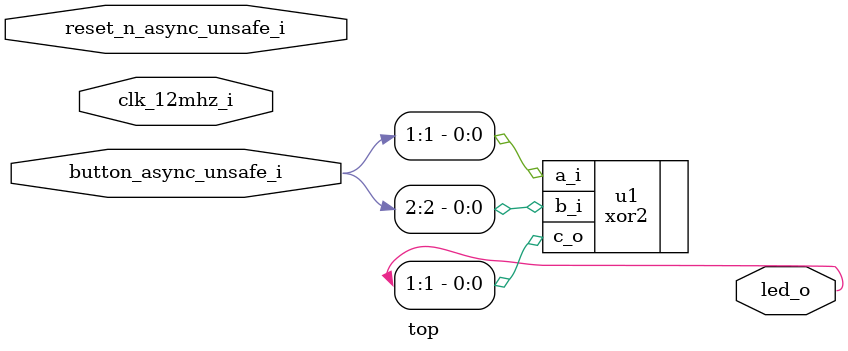
<source format=sv>
module top
  (input [0:0] clk_12mhz_i
  ,input [0:0] reset_n_async_unsafe_i
   // n: Negative Polarity (0 when pressed, 1 otherwise)
   // async: Not synchronized to clock
   // unsafe: Not De-Bounced
  ,input [3:1] button_async_unsafe_i
   // async: Not synchronized to clock
   // unsafe: Not De-Bounced
  ,output [5:1] led_o);

  // For this lab, instantiate your xor2 gate. Using two wires from
  // btn_async_unsafe_i, drive an output wire in led_o.
  //
  // Your code goes here:
  xor2 u1 (
    .a_i(button_async_unsafe_i[1]),
    .b_i(button_async_unsafe_i[2]),
    .c_o(led_o[1])
  );

endmodule

</source>
